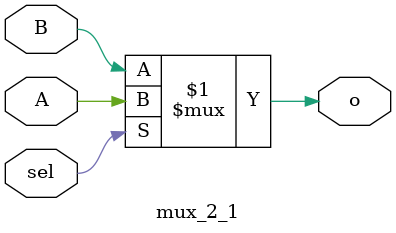
<source format=v>
`timescale 1ns / 1ps
module mux_2_1(
    input sel,
    input A,
    input B,
    output o
    );
	 assign o = (sel)? A: B;

endmodule

</source>
